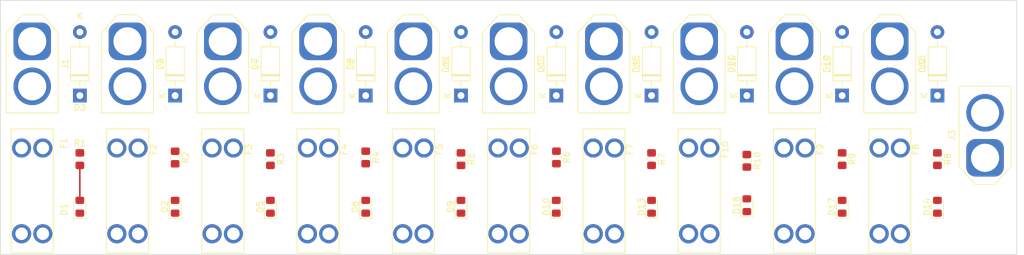
<source format=kicad_pcb>
(kicad_pcb (version 20211014) (generator pcbnew)
  (layers (0 "F.Cu" signal) (31 "B.Cu" signal) (34 "B.Paste" user) (35 "F.Paste" user) (36 "B.SilkS" user "B.Silkscreen") (37 "F.SilkS" user "F.Silkscreen") (38 "B.Mask" user) (39 "F.Mask" user) (44 "Edge.Cuts" user))
  (net 0 "")
  (net 1 "GND")
  (net 2 "Net-(D1-Pad2)")
  (net 3 "Net-(D2-Pad2)")
  (net 4 "+24V")
  (net 5 "Net-(D4-Pad1)")
  (net 6 "Net-(D3-Pad1)")
  (net 7 "Net-(D5-Pad2)")
  (net 8 "Net-(D6-Pad2)")
  (net 9 "Net-(D7-Pad1)")
  (net 10 "Net-(D8-Pad1)")
  (net 11 "Net-(D9-Pad2)")
  (net 12 "Net-(D10-Pad2)")
  (net 13 "Net-(D11-Pad1)")
  (net 14 "Net-(D12-Pad1)")
  (net 15 "Net-(D13-Pad2)")
  (net 16 "Net-(D14-Pad2)")
  (net 17 "Net-(D15-Pad1)")
  (net 18 "Net-(D16-Pad1)")
  (net 19 "Net-(D17-Pad2)")
  (net 20 "Net-(D18-Pad2)")
  (net 21 "Net-(D19-Pad1)")
  (net 22 "Net-(D20-Pad1)")
  (footprint "Diode_THT:D_DO-41_SOD81_P10.16mm_Horizontal" (layer "F.Cu") (at 137.16 55.88 90)
    (fp_text reference "D15" (at 5.08 -2.47 90) (layer "F.SilkS"))
    (fp_text value "1N4003")
    (fp_text user "K" (at 0 -2.1 90) (layer "F.SilkS"))
    (fp_line (start 3.38 -1.47) (end 3.38 1.47) (layer "F.SilkS") (width 0.12))
    (fp_line (start 2.36 1.47) (end 7.8 1.47) (layer "F.SilkS") (width 0.12))
    (fp_line (start 2.36 -1.47) (end 2.36 1.47) (layer "F.SilkS") (width 0.12))
    (fp_line (start 3.26 -1.47) (end 3.26 1.47) (layer "F.SilkS") (width 0.12))
    (fp_line (start 3.14 -1.47) (end 3.14 1.47) (layer "F.SilkS") (width 0.12))
    (fp_line (start 7.8 -1.47) (end 2.36 -1.47) (layer "F.SilkS") (width 0.12))
    (fp_line (start 1.34 0) (end 2.36 0) (layer "F.SilkS") (width 0.12))
    (fp_line (start 8.82 0) (end 7.8 0) (layer "F.SilkS") (width 0.12))
    (fp_line (start 7.8 1.47) (end 7.8 -1.47) (layer "F.SilkS") (width 0.12))
    (pad "1" thru_hole rect (at 0 0 90) (size 2.2 2.2) (drill 1.1) (layers *.Cu *.Mask) (net 17 "Net-(D15-Pad1)"))
    (pad "2" thru_hole oval (at 10.16 0 90) (size 2.2 2.2) (drill 1.1) (layers *.Cu *.Mask) (net 1 "GND"))
  )
  (footprint "Diode_THT:D_DO-41_SOD81_P10.16mm_Horizontal" (layer "F.Cu") (at 106.68 55.88 90)
    (fp_text reference "D11" (at 5.08 -2.47 90) (layer "F.SilkS"))
    (fp_text value "1N4003")
    (fp_text user "K" (at 0 -2.1 90) (layer "F.SilkS"))
    (fp_line (start 7.8 1.47) (end 7.8 -1.47) (layer "F.SilkS") (width 0.12))
    (fp_line (start 3.26 -1.47) (end 3.26 1.47) (layer "F.SilkS") (width 0.12))
    (fp_line (start 2.36 -1.47) (end 2.36 1.47) (layer "F.SilkS") (width 0.12))
    (fp_line (start 3.14 -1.47) (end 3.14 1.47) (layer "F.SilkS") (width 0.12))
    (fp_line (start 3.38 -1.47) (end 3.38 1.47) (layer "F.SilkS") (width 0.12))
    (fp_line (start 8.82 0) (end 7.8 0) (layer "F.SilkS") (width 0.12))
    (fp_line (start 7.8 -1.47) (end 2.36 -1.47) (layer "F.SilkS") (width 0.12))
    (fp_line (start 2.36 1.47) (end 7.8 1.47) (layer "F.SilkS") (width 0.12))
    (fp_line (start 1.34 0) (end 2.36 0) (layer "F.SilkS") (width 0.12))
    (pad "1" thru_hole rect (at 0 0 90) (size 2.2 2.2) (drill 1.1) (layers *.Cu *.Mask) (net 13 "Net-(D11-Pad1)"))
    (pad "2" thru_hole oval (at 10.16 0 90) (size 2.2 2.2) (drill 1.1) (layers *.Cu *.Mask) (net 1 "GND"))
  )
  (footprint "Diode_THT:D_DO-41_SOD81_P10.16mm_Horizontal" (layer "F.Cu") (at 45.72 55.88 90)
    (fp_text reference "D3" (at -1.905 0) (layer "F.SilkS"))
    (fp_text value "1N4003")
    (fp_text user "K" (at 12.7 0) (layer "F.SilkS"))
    (fp_line (start 2.36 -1.47) (end 2.36 1.47) (layer "F.SilkS") (width 0.12))
    (fp_line (start 8.82 0) (end 7.8 0) (layer "F.SilkS") (width 0.12))
    (fp_line (start 3.38 -1.47) (end 3.38 1.47) (layer "F.SilkS") (width 0.12))
    (fp_line (start 3.26 -1.47) (end 3.26 1.47) (layer "F.SilkS") (width 0.12))
    (fp_line (start 7.8 1.47) (end 7.8 -1.47) (layer "F.SilkS") (width 0.12))
    (fp_line (start 7.8 -1.47) (end 2.36 -1.47) (layer "F.SilkS") (width 0.12))
    (fp_line (start 2.36 1.47) (end 7.8 1.47) (layer "F.SilkS") (width 0.12))
    (fp_line (start 3.14 -1.47) (end 3.14 1.47) (layer "F.SilkS") (width 0.12))
    (fp_line (start 1.34 0) (end 2.36 0) (layer "F.SilkS") (width 0.12))
    (pad "1" thru_hole rect (at 0 0 90) (size 2.2 2.2) (drill 1.1) (layers *.Cu *.Mask) (net 6 "Net-(D3-Pad1)"))
    (pad "2" thru_hole oval (at 10.16 0 90) (size 2.2 2.2) (drill 1.1) (layers *.Cu *.Mask) (net 1 "GND"))
  )
  (footprint "Diode_THT:D_DO-41_SOD81_P10.16mm_Horizontal" (layer "F.Cu") (at 182.88 55.88 90)
    (fp_text reference "D16" (at 5.08 -2.47 90) (layer "F.SilkS"))
    (fp_text value "1N4003")
    (fp_text user "K" (at 0 -2.1 90) (layer "F.SilkS"))
    (fp_line (start 7.8 -1.47) (end 2.36 -1.47) (layer "F.SilkS") (width 0.12))
    (fp_line (start 1.34 0) (end 2.36 0) (layer "F.SilkS") (width 0.12))
    (fp_line (start 2.36 1.47) (end 7.8 1.47) (layer "F.SilkS") (width 0.12))
    (fp_line (start 3.26 -1.47) (end 3.26 1.47) (layer "F.SilkS") (width 0.12))
    (fp_line (start 3.14 -1.47) (end 3.14 1.47) (layer "F.SilkS") (width 0.12))
    (fp_line (start 8.82 0) (end 7.8 0) (layer "F.SilkS") (width 0.12))
    (fp_line (start 2.36 -1.47) (end 2.36 1.47) (layer "F.SilkS") (width 0.12))
    (fp_line (start 7.8 1.47) (end 7.8 -1.47) (layer "F.SilkS") (width 0.12))
    (fp_line (start 3.38 -1.47) (end 3.38 1.47) (layer "F.SilkS") (width 0.12))
    (pad "1" thru_hole rect (at 0 0 90) (size 2.2 2.2) (drill 1.1) (layers *.Cu *.Mask) (net 18 "Net-(D16-Pad1)"))
    (pad "2" thru_hole oval (at 10.16 0 90) (size 2.2 2.2) (drill 1.1) (layers *.Cu *.Mask) (net 1 "GND"))
  )
  (footprint "LED_SMD:LED_0805_2012Metric_Pad1.15x1.40mm_HandSolder" (layer "F.Cu") (at 121.92 73.66 90)
    (fp_text reference "D10" (at 0 -1.65 90) (layer "F.SilkS"))
    (fp_text value "led")
    (fp_line (start -1.86 0.96) (end 1 0.96) (layer "F.SilkS") (width 0.12))
    (fp_line (start -1.86 -0.96) (end -1.86 0.96) (layer "F.SilkS") (width 0.12))
    (fp_line (start 1 -0.96) (end -1.86 -0.96) (layer "F.SilkS") (width 0.12))
    (pad "1" smd roundrect (at -1.025 0 90) (size 1.15 1.4) (layers "F.Cu" "F.Paste" "F.Mask") (roundrect_rratio 0.217391) (net 1 "GND"))
    (pad "2" smd roundrect (at 1.025 0 90) (size 1.15 1.4) (layers "F.Cu" "F.Paste" "F.Mask") (roundrect_rratio 0.217391) (net 12 "Net-(D10-Pad2)"))
  )
  (footprint "Resistor_SMD:R_0805_2012Metric_Pad1.20x1.40mm_HandSolder" (layer "F.Cu") (at 60.96 65.786 -90)
    (fp_text reference "R2" (at 0 -1.65 90) (layer "F.SilkS"))
    (fp_text value "10K")
    (fp_line (start -0.227064 -0.735) (end 0.227064 -0.735) (layer "F.SilkS") (width 0.12))
    (fp_line (start -0.227064 0.735) (end 0.227064 0.735) (layer "F.SilkS") (width 0.12))
    (pad "1" smd roundrect (at -1 0 270) (size 1.2 1.4) (layers "F.Cu" "F.Paste" "F.Mask") (roundrect_rratio 0.208333) (net 5 "Net-(D4-Pad1)"))
    (pad "2" smd roundrect (at 1 0 270) (size 1.2 1.4) (layers "F.Cu" "F.Paste" "F.Mask") (roundrect_rratio 0.208333) (net 3 "Net-(D2-Pad2)"))
  )
  (footprint "Connector_AMASS:AMASS_XT60-F_1x02_P7.20mm_Vertical" (layer "F.Cu") (at 175.26 47.2 -90)
    (fp_text reference "J9" (at 3.6 -5.3 90) (layer "F.SilkS"))
    (fp_text value "XT60-F")
    (fp_line (start 11.45 -4.15) (end -1.4 -4.15) (layer "F.SilkS") (width 0.12))
    (fp_line (start 11.45 4.15) (end 11.45 -4.15) (layer "F.SilkS") (width 0.12))
    (fp_line (start -4.25 -1.6) (end -4.25 1.55) (layer "F.SilkS") (width 0.12))
    (fp_line (start -1.4 -4.15) (end -4.25 -1.6) (layer "F.SilkS") (width 0.12))
    (fp_line (start -4.25 1.55) (end -1.4 4.15) (layer "F.SilkS") (width 0.12))
    (fp_line (start -1.4 4.15) (end 11.45 4.15) (layer "F.SilkS") (width 0.12))
    (pad "1" thru_hole roundrect (at 0 0 270) (size 6 6) (drill 4.5) (layers *.Cu *.Mask) (net 1 "GND"))
    (pad "2" thru_hole circle (at 7.2 0 270) (size 6 6) (drill 4.5) (layers *.Cu *.Mask) (net 18 "Net-(D16-Pad1)"))
  )
  (footprint "Connector_AMASS:AMASS_XT60-F_1x02_P7.20mm_Vertical" (layer "F.Cu") (at 114.3 47.2 -90)
    (fp_text reference "J7" (at 3.6 -5.3 90) (layer "F.SilkS"))
    (fp_text value "XT60-F")
    (fp_line (start -4.25 1.55) (end -1.4 4.15) (layer "F.SilkS") (width 0.12))
    (fp_line (start 11.45 4.15) (end 11.45 -4.15) (layer "F.SilkS") (width 0.12))
    (fp_line (start -1.4 4.15) (end 11.45 4.15) (layer "F.SilkS") (width 0.12))
    (fp_line (start -4.25 -1.6) (end -4.25 1.55) (layer "F.SilkS") (width 0.12))
    (fp_line (start -1.4 -4.15) (end -4.25 -1.6) (layer "F.SilkS") (width 0.12))
    (fp_line (start 11.45 -4.15) (end -1.4 -4.15) (layer "F.SilkS") (width 0.12))
    (pad "1" thru_hole roundrect (at 0 0 270) (size 6 6) (drill 4.5) (layers *.Cu *.Mask) (net 1 "GND"))
    (pad "2" thru_hole circle (at 7.2 0 270) (size 6 6) (drill 4.5) (layers *.Cu *.Mask) (net 14 "Net-(D12-Pad1)"))
  )
  (footprint "Connector_AMASS:AMASS_XT60-F_1x02_P7.20mm_Vertical" (layer "F.Cu") (at 53.34 47.2 -90)
    (fp_text reference "J2" (at 3.6 -5.3 90) (layer "F.SilkS"))
    (fp_text value "XT60-F")
    (fp_line (start -1.4 -4.15) (end -4.25 -1.6) (layer "F.SilkS") (width 0.12))
    (fp_line (start 11.45 -4.15) (end -1.4 -4.15) (layer "F.SilkS") (width 0.12))
    (fp_line (start 11.45 4.15) (end 11.45 -4.15) (layer "F.SilkS") (width 0.12))
    (fp_line (start -4.25 -1.6) (end -4.25 1.55) (layer "F.SilkS") (width 0.12))
    (fp_line (start -1.4 4.15) (end 11.45 4.15) (layer "F.SilkS") (width 0.12))
    (fp_line (start -4.25 1.55) (end -1.4 4.15) (layer "F.SilkS") (width 0.12))
    (pad "1" thru_hole roundrect (at 0 0 270) (size 6 6) (drill 4.5) (layers *.Cu *.Mask) (net 1 "GND"))
    (pad "2" thru_hole circle (at 7.2 0 270) (size 6 6) (drill 4.5) (layers *.Cu *.Mask) (net 5 "Net-(D4-Pad1)"))
  )
  (footprint "PolyuRobotics:FUSE_3557-2" (layer "F.Cu") (at 38.1 71.12 -90)
    (fp_text reference "F1" (at -7.62 -5.08 90) (layer "F.SilkS") (effects (font (size 1.001339 1.001339))))
    (fp_text value "3557-2")
    (fp_line (start -9.905 -3.365) (end -9.905 3.365) (layer "F.SilkS") (width 0.127))
    (fp_line (start 9.905 3.365) (end 9.905 -3.365) (layer "F.SilkS") (width 0.127))
    (fp_line (start -9.905 3.365) (end 9.905 3.365) (layer "F.SilkS") (width 0.127))
    (fp_line (start 9.905 -3.365) (end -9.905 -3.365) (layer "F.SilkS") (width 0.127))
    (pad "1" thru_hole circle (at -6.858 1.7 270) (size 3.048 3.048) (drill 2) (layers *.Cu *.Mask) (net 6 "Net-(D3-Pad1)"))
    (pad "1" thru_hole circle (at -6.858 -1.7 270) (size 3.051988 3.051988) (drill 2) (layers *.Cu *.Mask) (net 6 "Net-(D3-Pad1)"))
    (pad "2" thru_hole circle (at 6.858 1.7 270) (size 3.068258 3.068258) (drill 2) (layers *.Cu *.Mask) (net 4 "+24V"))
    (pad "2" thru_hole circle (at 6.858 -1.7 270) (size 3.051988 3.051988) (drill 2) (layers *.Cu *.Mask) (net 4 "+24V"))
  )
  (footprint "LED_SMD:LED_0805_2012Metric_Pad1.15x1.40mm_HandSolder" (layer "F.Cu") (at 182.88 73.66 90)
    (fp_text reference "D14" (at 0 -1.65 90) (layer "F.SilkS"))
    (fp_text value "led")
    (fp_line (start -1.86 0.96) (end 1 0.96) (layer "F.SilkS") (width 0.12))
    (fp_line (start 1 -0.96) (end -1.86 -0.96) (layer "F.SilkS") (width 0.12))
    (fp_line (start -1.86 -0.96) (end -1.86 0.96) (layer "F.SilkS") (width 0.12))
    (pad "1" smd roundrect (at -1.025 0 90) (size 1.15 1.4) (layers "F.Cu" "F.Paste" "F.Mask") (roundrect_rratio 0.217391) (net 1 "GND"))
    (pad "2" smd roundrect (at 1.025 0 90) (size 1.15 1.4) (layers "F.Cu" "F.Paste" "F.Mask") (roundrect_rratio 0.217391) (net 16 "Net-(D14-Pad2)"))
  )
  (footprint "Diode_THT:D_DO-41_SOD81_P10.16mm_Horizontal" (layer "F.Cu") (at 91.44 55.88 90)
    (fp_text reference "D8" (at 5.08 -2.47 90) (layer "F.SilkS"))
    (fp_text value "1N4003")
    (fp_text user "K" (at 0 -2.1 90) (layer "F.SilkS"))
    (fp_line (start 8.82 0) (end 7.8 0) (layer "F.SilkS") (width 0.12))
    (fp_line (start 7.8 -1.47) (end 2.36 -1.47) (layer "F.SilkS") (width 0.12))
    (fp_line (start 3.14 -1.47) (end 3.14 1.47) (layer "F.SilkS") (width 0.12))
    (fp_line (start 3.38 -1.47) (end 3.38 1.47) (layer "F.SilkS") (width 0.12))
    (fp_line (start 1.34 0) (end 2.36 0) (layer "F.SilkS") (width 0.12))
    (fp_line (start 7.8 1.47) (end 7.8 -1.47) (layer "F.SilkS") (width 0.12))
    (fp_line (start 3.26 -1.47) (end 3.26 1.47) (layer "F.SilkS") (width 0.12))
    (fp_line (start 2.36 -1.47) (end 2.36 1.47) (layer "F.SilkS") (width 0.12))
    (fp_line (start 2.36 1.47) (end 7.8 1.47) (layer "F.SilkS") (width 0.12))
    (pad "1" thru_hole rect (at 0 0 90) (size 2.2 2.2) (drill 1.1) (layers *.Cu *.Mask) (net 10 "Net-(D8-Pad1)"))
    (pad "2" thru_hole oval (at 10.16 0 90) (size 2.2 2.2) (drill 1.1) (layers *.Cu *.Mask) (net 1 "GND"))
  )
  (footprint "Diode_THT:D_DO-41_SOD81_P10.16mm_Horizontal" (layer "F.Cu") (at 167.64 55.88 90)
    (fp_text reference "D19" (at 5.08 -2.47 90) (layer "F.SilkS"))
    (fp_text value "1N4003")
    (fp_text user "K" (at 0 -2.1 90) (layer "F.SilkS"))
    (fp_line (start 8.82 0) (end 7.8 0) (layer "F.SilkS") (width 0.12))
    (fp_line (start 7.8 1.47) (end 7.8 -1.47) (layer "F.SilkS") (width 0.12))
    (fp_line (start 3.38 -1.47) (end 3.38 1.47) (layer "F.SilkS") (width 0.12))
    (fp_line (start 2.36 1.47) (end 7.8 1.47) (layer "F.SilkS") (width 0.12))
    (fp_line (start 3.26 -1.47) (end 3.26 1.47) (layer "F.SilkS") (width 0.12))
    (fp_line (start 2.36 -1.47) (end 2.36 1.47) (layer "F.SilkS") (width 0.12))
    (fp_line (start 7.8 -1.47) (end 2.36 -1.47) (layer "F.SilkS") (width 0.12))
    (fp_line (start 3.14 -1.47) (end 3.14 1.47) (layer "F.SilkS") (width 0.12))
    (fp_line (start 1.34 0) (end 2.36 0) (layer "F.SilkS") (width 0.12))
    (pad "1" thru_hole rect (at 0 0 90) (size 2.2 2.2) (drill 1.1) (layers *.Cu *.Mask) (net 21 "Net-(D19-Pad1)"))
    (pad "2" thru_hole oval (at 10.16 0 90) (size 2.2 2.2) (drill 1.1) (layers *.Cu *.Mask) (net 1 "GND"))
  )
  (footprint "Resistor_SMD:R_0805_2012Metric_Pad1.20x1.40mm_HandSolder" (layer "F.Cu") (at 152.4 66.31 -90)
    (fp_text reference "R10" (at 0 -1.65 90) (layer "F.SilkS"))
    (fp_text value "10K")
    (fp_line (start -0.227064 -0.735) (end 0.227064 -0.735) (layer "F.SilkS") (width 0.12))
    (fp_line (start -0.227064 0.735) (end 0.227064 0.735) (layer "F.SilkS") (width 0.12))
    (pad "1" smd roundrect (at -1 0 270) (size 1.2 1.4) (layers "F.Cu" "F.Paste" "F.Mask") (roundrect_rratio 0.208333) (net 22 "Net-(D20-Pad1)"))
    (pad "2" smd roundrect (at 1 0 270) (size 1.2 1.4) (layers "F.Cu" "F.Paste" "F.Mask") (roundrect_rratio 0.208333) (net 20 "Net-(D18-Pad2)"))
  )
  (footprint "Resistor_SMD:R_0805_2012Metric_Pad1.20x1.40mm_HandSolder" (layer "F.Cu") (at 121.9485 65.77 -90)
    (fp_text reference "R6" (at 0 -1.65 90) (layer "F.SilkS"))
    (fp_text value "10K")
    (fp_line (start -0.227064 -0.735) (end 0.227064 -0.735) (layer "F.SilkS") (width 0.12))
    (fp_line (start -0.227064 0.735) (end 0.227064 0.735) (layer "F.SilkS") (width 0.12))
    (pad "1" smd roundrect (at -1 0 270) (size 1.2 1.4) (layers "F.Cu" "F.Paste" "F.Mask") (roundrect_rratio 0.208333) (net 14 "Net-(D12-Pad1)"))
    (pad "2" smd roundrect (at 1 0 270) (size 1.2 1.4) (layers "F.Cu" "F.Paste" "F.Mask") (roundrect_rratio 0.208333) (net 12 "Net-(D10-Pad2)"))
  )
  (footprint "PolyuRobotics:FUSE_3557-2" (layer "F.Cu") (at 175.26 71.12 -90)
    (fp_text reference "F8" (at -6.61381 -4.14052 90) (layer "F.SilkS") (effects (font (size 1.001339 1.001339))))
    (fp_text value "3557-2")
    (fp_line (start -9.905 3.365) (end 9.905 3.365) (layer "F.SilkS") (width 0.127))
    (fp_line (start -9.905 -3.365) (end -9.905 3.365) (layer "F.SilkS") (width 0.127))
    (fp_line (start 9.905 3.365) (end 9.905 -3.365) (layer "F.SilkS") (width 0.127))
    (fp_line (start 9.905 -3.365) (end -9.905 -3.365) (layer "F.SilkS") (width 0.127))
    (pad "1" thru_hole circle (at -6.858 1.7 270) (size 3.048 3.048) (drill 2) (layers *.Cu *.Mask) (net 18 "Net-(D16-Pad1)"))
    (pad "1" thru_hole circle (at -6.858 -1.7 270) (size 3.051988 3.051988) (drill 2) (layers *.Cu *.Mask) (net 18 "Net-(D16-Pad1)"))
    (pad "2" thru_hole circle (at 6.858 -1.7 270) (size 3.051988 3.051988) (drill 2) (layers *.Cu *.Mask) (net 4 "+24V"))
    (pad "2" thru_hole circle (at 6.858 1.7 270) (size 3.068258 3.068258) (drill 2) (layers *.Cu *.Mask) (net 4 "+24V"))
  )
  (footprint "LED_SMD:LED_0805_2012Metric_Pad1.15x1.40mm_HandSolder" (layer "F.Cu") (at 137.16 73.66 90)
    (fp_text reference "D13" (at 0 -1.65 90) (layer "F.SilkS"))
    (fp_text value "led")
    (fp_line (start 1 -0.96) (end -1.86 -0.96) (layer "F.SilkS") (width 0.12))
    (fp_line (start -1.86 0.96) (end 1 0.96) (layer "F.SilkS") (width 0.12))
    (fp_line (start -1.86 -0.96) (end -1.86 0.96) (layer "F.SilkS") (width 0.12))
    (pad "1" smd roundrect (at -1.025 0 90) (size 1.15 1.4) (layers "F.Cu" "F.Paste" "F.Mask") (roundrect_rratio 0.217391) (net 1 "GND"))
    (pad "2" smd roundrect (at 1.025 0 90) (size 1.15 1.4) (layers "F.Cu" "F.Paste" "F.Mask") (roundrect_rratio 0.217391) (net 15 "Net-(D13-Pad2)"))
  )
  (footprint "PolyuRobotics:FUSE_3557-2" (layer "F.Cu") (at 114.3 71.12 -90)
    (fp_text reference "F6" (at -6.61381 -4.14052 90) (layer "F.SilkS") (effects (font (size 1.001339 1.001339))))
    (fp_text value "3557-2")
    (fp_line (start -9.905 -3.365) (end -9.905 3.365) (layer "F.SilkS") (width 0.127))
    (fp_line (start -9.905 3.365) (end 9.905 3.365) (layer "F.SilkS") (width 0.127))
    (fp_line (start 9.905 3.365) (end 9.905 -3.365) (layer "F.SilkS") (width 0.127))
    (fp_line (start 9.905 -3.365) (end -9.905 -3.365) (layer "F.SilkS") (width 0.127))
    (pad "1" thru_hole circle (at -6.858 -1.7 270) (size 3.051988 3.051988) (drill 2) (layers *.Cu *.Mask) (net 14 "Net-(D12-Pad1)"))
    (pad "1" thru_hole circle (at -6.858 1.7 270) (size 3.048 3.048) (drill 2) (layers *.Cu *.Mask) (net 14 "Net-(D12-Pad1)"))
    (pad "2" thru_hole circle (at 6.858 -1.7 270) (size 3.051988 3.051988) (drill 2) (layers *.Cu *.Mask) (net 4 "+24V"))
    (pad "2" thru_hole circle (at 6.858 1.7 270) (size 3.068258 3.068258) (drill 2) (layers *.Cu *.Mask) (net 4 "+24V"))
  )
  (footprint "PolyuRobotics:FUSE_3557-2" (layer "F.Cu") (at 68.58 71.12 -90)
    (fp_text reference "F3" (at -6.61381 -4.14052 90) (layer "F.SilkS") (effects (font (size 1.001339 1.001339))))
    (fp_text value "3557-2")
    (fp_line (start 9.905 3.365) (end 9.905 -3.365) (layer "F.SilkS") (width 0.127))
    (fp_line (start -9.905 -3.365) (end -9.905 3.365) (layer "F.SilkS") (width 0.127))
    (fp_line (start 9.905 -3.365) (end -9.905 -3.365) (layer "F.SilkS") (width 0.127))
    (fp_line (start -9.905 3.365) (end 9.905 3.365) (layer "F.SilkS") (width 0.127))
    (pad "1" thru_hole circle (at -6.858 1.7 270) (size 3.048 3.048) (drill 2) (layers *.Cu *.Mask) (net 9 "Net-(D7-Pad1)"))
    (pad "1" thru_hole circle (at -6.858 -1.7 270) (size 3.051988 3.051988) (drill 2) (layers *.Cu *.Mask) (net 9 "Net-(D7-Pad1)"))
    (pad "2" thru_hole circle (at 6.858 1.7 270) (size 3.068258 3.068258) (drill 2) (layers *.Cu *.Mask) (net 4 "+24V"))
    (pad "2" thru_hole circle (at 6.858 -1.7 270) (size 3.051988 3.051988) (drill 2) (layers *.Cu *.Mask) (net 4 "+24V"))
  )
  (footprint "Connector_AMASS:AMASS_XT60-F_1x02_P7.20mm_Vertical" (layer "F.Cu") (at 144.78 47.2 -90)
    (fp_text reference "J11" (at 3.6 -5.3 90) (layer "F.SilkS"))
    (fp_text value "XT60-F")
    (fp_line (start -4.25 1.55) (end -1.4 4.15) (layer "F.SilkS") (width 0.12))
    (fp_line (start -1.4 4.15) (end 11.45 4.15) (layer "F.SilkS") (width 0.12))
    (fp_line (start 11.45 -4.15) (end -1.4 -4.15) (layer "F.SilkS") (width 0.12))
    (fp_line (start -1.4 -4.15) (end -4.25 -1.6) (layer "F.SilkS") (width 0.12))
    (fp_line (start 11.45 4.15) (end 11.45 -4.15) (layer "F.SilkS") (width 0.12))
    (fp_line (start -4.25 -1.6) (end -4.25 1.55) (layer "F.SilkS") (width 0.12))
    (pad "1" thru_hole roundrect (at 0 0 270) (size 6 6) (drill 4.5) (layers *.Cu *.Mask) (net 1 "GND"))
    (pad "2" thru_hole circle (at 7.2 0 270) (size 6 6) (drill 4.5) (layers *.Cu *.Mask) (net 22 "Net-(D20-Pad1)"))
  )
  (footprint "Resistor_SMD:R_0805_2012Metric_Pad1.20x1.40mm_HandSolder" (layer "F.Cu") (at 106.68 66.04 -90)
    (fp_text reference "R5" (at 0 -1.65 90) (layer "F.SilkS"))
    (fp_text value "10K")
    (fp_line (start -0.227064 -0.735) (end 0.227064 -0.735) (layer "F.SilkS") (width 0.12))
    (fp_line (start -0.227064 0.735) (end 0.227064 0.735) (layer "F.SilkS") (width 0.12))
    (pad "1" smd roundrect (at -1 0 270) (size 1.2 1.4) (layers "F.Cu" "F.Paste" "F.Mask") (roundrect_rratio 0.208333) (net 13 "Net-(D11-Pad1)"))
    (pad "2" smd roundrect (at 1 0 270) (size 1.2 1.4) (layers "F.Cu" "F.Paste" "F.Mask") (roundrect_rratio 0.208333) (net 11 "Net-(D9-Pad2)"))
  )
  (footprint "LED_SMD:LED_0805_2012Metric_Pad1.15x1.40mm_HandSolder" (layer "F.Cu") (at 167.64 73.66 90)
    (fp_text reference "D17" (at 0 -1.65 90) (layer "F.SilkS"))
    (fp_text value "led")
    (fp_line (start 1 -0.96) (end -1.86 -0.96) (layer "F.SilkS") (width 0.12))
    (fp_line (start -1.86 -0.96) (end -1.86 0.96) (layer "F.SilkS") (width 0.12))
    (fp_line (start -1.86 0.96) (end 1 0.96) (layer "F.SilkS") (width 0.12))
    (pad "1" smd roundrect (at -1.025 0 90) (size 1.15 1.4) (layers "F.Cu" "F.Paste" "F.Mask") (roundrect_rratio 0.217391) (net 1 "GND"))
    (pad "2" smd roundrect (at 1.025 0 90) (size 1.15 1.4) (layers "F.Cu" "F.Paste" "F.Mask") (roundrect_rratio 0.217391) (net 19 "Net-(D17-Pad2)"))
  )
  (footprint "Resistor_SMD:R_0805_2012Metric_Pad1.20x1.40mm_HandSolder" (layer "F.Cu") (at 91.44 65.77 -90)
    (fp_text reference "R4" (at 0 -1.65 90) (layer "F.SilkS"))
    (fp_text value "10K")
    (fp_line (start -0.227064 -0.735) (end 0.227064 -0.735) (layer "F.SilkS") (width 0.12))
    (fp_line (start -0.227064 0.735) (end 0.227064 0.735) (layer "F.SilkS") (width 0.12))
    (pad "1" smd roundrect (at -1 0 270) (size 1.2 1.4) (layers "F.Cu" "F.Paste" "F.Mask") (roundrect_rratio 0.208333) (net 10 "Net-(D8-Pad1)"))
    (pad "2" smd roundrect (at 1 0 270) (size 1.2 1.4) (layers "F.Cu" "F.Paste" "F.Mask") (roundrect_rratio 0.208333) (net 8 "Net-(D6-Pad2)"))
  )
  (footprint "PolyuRobotics:FUSE_3557-2" (layer "F.Cu") (at 144.78 71.12 -90)
    (fp_text reference "F10" (at -6.61381 -4.14052 90) (layer "F.SilkS") (effects (font (size 1.001339 1.001339))))
    (fp_text value "3557-2")
    (fp_line (start 9.905 -3.365) (end -9.905 -3.365) (layer "F.SilkS") (width 0.127))
    (fp_line (start 9.905 3.365) (end 9.905 -3.365) (layer "F.SilkS") (width 0.127))
    (fp_line (start -9.905 -3.365) (end -9.905 3.365) (layer "F.SilkS") (width 0.127))
    (fp_line (start -9.905 3.365) (end 9.905 3.365) (layer "F.SilkS") (width 0.127))
    (pad "1" thru_hole circle (at -6.858 -1.7 270) (size 3.051988 3.051988) (drill 2) (layers *.Cu *.Mask) (net 22 "Net-(D20-Pad1)"))
    (pad "1" thru_hole circle (at -6.858 1.7 270) (size 3.048 3.048) (drill 2) (layers *.Cu *.Mask) (net 22 "Net-(D20-Pad1)"))
    (pad "2" thru_hole circle (at 6.858 1.7 270) (size 3.068258 3.068258) (drill 2) (layers *.Cu *.Mask) (net 4 "+24V"))
    (pad "2" thru_hole circle (at 6.858 -1.7 270) (size 3.051988 3.051988) (drill 2) (layers *.Cu *.Mask) (net 4 "+24V"))
  )
  (footprint "Diode_THT:D_DO-41_SOD81_P10.16mm_Horizontal" (layer "F.Cu") (at 121.92 55.88 90)
    (fp_text reference "D12" (at 5.08 -2.47 90) (layer "F.SilkS"))
    (fp_text value "1N4003")
    (fp_text user "K" (at 0 -2.1 90) (layer "F.SilkS"))
    (fp_line (start 7.8 -1.47) (end 2.36 -1.47) (layer "F.SilkS") (width 0.12))
    (fp_line (start 3.26 -1.47) (end 3.26 1.47) (layer "F.SilkS") (width 0.12))
    (fp_line (start 2.36 -1.47) (end 2.36 1.47) (layer "F.SilkS") (width 0.12))
    (fp_line (start 1.34 0) (end 2.36 0) (layer "F.SilkS") (width 0.12))
    (fp_line (start 3.14 -1.47) (end 3.14 1.47) (layer "F.SilkS") (width 0.12))
    (fp_line (start 8.82 0) (end 7.8 0) (layer "F.SilkS") (width 0.12))
    (fp_line (start 3.38 -1.47) (end 3.38 1.47) (layer "F.SilkS") (width 0.12))
    (fp_line (start 2.36 1.47) (end 7.8 1.47) (layer "F.SilkS") (width 0.12))
    (fp_line (start 7.8 1.47) (end 7.8 -1.47) (layer "F.SilkS") (width 0.12))
    (pad "1" thru_hole rect (at 0 0 90) (size 2.2 2.2) (drill 1.1) (layers *.Cu *.Mask) (net 14 "Net-(D12-Pad1)"))
    (pad "2" thru_hole oval (at 10.16 0 90) (size 2.2 2.2) (drill 1.1) (layers *.Cu *.Mask) (net 1 "GND"))
  )
  (footprint "Resistor_SMD:R_0805_2012Metric_Pad1.20x1.40mm_HandSolder" (layer "F.Cu") (at 76.2 66.04 -90)
    (fp_text reference "R3" (at 0 -1.65 90) (layer "F.SilkS"))
    (fp_text value "10K")
    (fp_line (start -0.227064 -0.735) (end 0.227064 -0.735) (layer "F.SilkS") (width 0.12))
    (fp_line (start -0.227064 0.735) (end 0.227064 0.735) (layer "F.SilkS") (width 0.12))
    (pad "1" smd roundrect (at -1 0 270) (size 1.2 1.4) (layers "F.Cu" "F.Paste" "F.Mask") (roundrect_rratio 0.208333) (net 9 "Net-(D7-Pad1)"))
    (pad "2" smd roundrect (at 1 0 270) (size 1.2 1.4) (layers "F.Cu" "F.Paste" "F.Mask") (roundrect_rratio 0.208333) (net 7 "Net-(D5-Pad2)"))
  )
  (footprint "Connector_AMASS:AMASS_XT60-F_1x02_P7.20mm_Vertical" (layer "F.Cu") (at 129.54 47.2 -90)
    (fp_text reference "J8" (at 3.6 -5.3 90) (layer "F.SilkS"))
    (fp_text value "XT60-F")
    (fp_line (start -1.4 -4.15) (end -4.25 -1.6) (layer "F.SilkS") (width 0.12))
    (fp_line (start -4.25 -1.6) (end -4.25 1.55) (layer "F.SilkS") (width 0.12))
    (fp_line (start 11.45 4.15) (end 11.45 -4.15) (layer "F.SilkS") (width 0.12))
    (fp_line (start 11.45 -4.15) (end -1.4 -4.15) (layer "F.SilkS") (width 0.12))
    (fp_line (start -1.4 4.15) (end 11.45 4.15) (layer "F.SilkS") (width 0.12))
    (fp_line (start -4.25 1.55) (end -1.4 4.15) (layer "F.SilkS") (width 0.12))
    (pad "1" thru_hole roundrect (at 0 0 270) (size 6 6) (drill 4.5) (layers *.Cu *.Mask) (net 1 "GND"))
    (pad "2" thru_hole circle (at 7.2 0 270) (size 6 6) (drill 4.5) (layers *.Cu *.Mask) (net 17 "Net-(D15-Pad1)"))
  )
  (footprint "Diode_THT:D_DO-41_SOD81_P10.16mm_Horizontal" (layer "F.Cu") (at 152.4 55.88 90)
    (fp_text reference "D20" (at 5.08 -2.47 90) (layer "F.SilkS"))
    (fp_text value "1N4003")
    (fp_text user "K" (at 0 -2.1 90) (layer "F.SilkS"))
    (fp_line (start 1.34 0) (end 2.36 0) (layer "F.SilkS") (width 0.12))
    (fp_line (start 3.14 -1.47) (end 3.14 1.47) (layer "F.SilkS") (width 0.12))
    (fp_line (start 2.36 -1.47) (end 2.36 1.47) (layer "F.SilkS") (width 0.12))
    (fp_line (start 8.82 0) (end 7.8 0) (layer "F.SilkS") (width 0.12))
    (fp_line (start 7.8 1.47) (end 7.8 -1.47) (layer "F.SilkS") (width 0.12))
    (fp_line (start 3.26 -1.47) (end 3.26 1.47) (layer "F.SilkS") (width 0.12))
    (fp_line (start 7.8 -1.47) (end 2.36 -1.47) (layer "F.SilkS") (width 0.12))
    (fp_line (start 3.38 -1.47) (end 3.38 1.47) (layer "F.SilkS") (width 0.12))
    (fp_line (start 2.36 1.47) (end 7.8 1.47) (layer "F.SilkS") (width 0.12))
    (pad "1" thru_hole rect (at 0 0 90) (size 2.2 2.2) (drill 1.1) (layers *.Cu *.Mask) (net 22 "Net-(D20-Pad1)"))
    (pad "2" thru_hole oval (at 10.16 0 90) (size 2.2 2.2) (drill 1.1) (layers *.Cu *.Mask) (net 1 "GND"))
  )
  (footprint "Connector_AMASS:AMASS_XT60-F_1x02_P7.20mm_Vertical" (layer "F.Cu") (at 160.02 47.2 -90)
    (fp_text reference "J10" (at 3.6 -5.3 90) (layer "F.SilkS"))
    (fp_text value "XT60-F")
    (fp_line (start -4.25 1.55) (end -1.4 4.15) (layer "F.SilkS") (width 0.12))
    (fp_line (start 11.45 4.15) (end 11.45 -4.15) (layer "F.SilkS") (width 0.12))
    (fp_line (start -1.4 4.15) (end 11.45 4.15) (layer "F.SilkS") (width 0.12))
    (fp_line (start 11.45 -4.15) (end -1.4 -4.15) (layer "F.SilkS") (width 0.12))
    (fp_line (start -1.4 -4.15) (end -4.25 -1.6) (layer "F.SilkS") (width 0.12))
    (fp_line (start -4.25 -1.6) (end -4.25 1.55) (layer "F.SilkS") (width 0.12))
    (pad "1" thru_hole roundrect (at 0 0 270) (size 6 6) (drill 4.5) (layers *.Cu *.Mask) (net 1 "GND"))
    (pad "2" thru_hole circle (at 7.2 0 270) (size 6 6) (drill 4.5) (layers *.Cu *.Mask) (net 21 "Net-(D19-Pad1)"))
  )
  (footprint "LED_SMD:LED_0805_2012Metric_Pad1.15x1.40mm_HandSolder" (layer "F.Cu") (at 76.2 73.66 90)
    (fp_text reference "D5" (at 0 -1.65 90) (layer "F.SilkS"))
    (fp_text value "led")
    (fp_line (start -1.86 0.96) (end 1 0.96) (layer "F.SilkS") (width 0.12))
    (fp_line (start -1.86 -0.96) (end -1.86 0.96) (layer "F.SilkS") (width 0.12))
    (fp_line (start 1 -0.96) (end -1.86 -0.96) (layer "F.SilkS") (width 0.12))
    (pad "1" smd roundrect (at -1.025 0 90) (size 1.15 1.4) (layers "F.Cu" "F.Paste" "F.Mask") (roundrect_rratio 0.217391) (net 1 "GND"))
    (pad "2" smd roundrect (at 1.025 0 90) (size 1.15 1.4) (layers "F.Cu" "F.Paste" "F.Mask") (roundrect_rratio 0.217391) (net 7 "Net-(D5-Pad2)"))
  )
  (footprint "Connector_AMASS:AMASS_XT60-M_1x02_P7.20mm_Vertical" (layer "F.Cu") (at 190.5 65.83 90)
    (fp_text reference "J3" (at 3.6 -5.3 90) (layer "F.SilkS"))
    (fp_text value "XT60_M")
    (fp_line (start -4.25 1.55) (end -1.4 4.15) (layer "F.SilkS") (width 0.12))
    (fp_line (start -4.25 -1.6) (end -4.25 1.55) (layer "F.SilkS") (width 0.12))
    (fp_line (start 11.45 -4.15) (end -1.4 -4.15) (layer "F.SilkS") (width 0.12))
    (fp_line (start -1.4 -4.15) (end -4.25 -1.6) (layer "F.SilkS") (width 0.12))
    (fp_line (start 11.45 4.15) (end 11.45 -4.15) (layer "F.SilkS") (width 0.12))
    (fp_line (start -1.4 4.15) (end 11.45 4.15) (layer "F.SilkS") (width 0.12))
    (pad "1" thru_hole roundrect (at 0 0 90) (size 6 6) (drill 4.5) (layers *.Cu *.Mask) (net 1 "GND"))
    (pad "2" thru_hole circle (at 7.2 0 90) (size 6 6) (drill 4.5) (layers *.Cu *.Mask) (net 4 "+24V"))
  )
  (footprint "Resistor_SMD:R_0805_2012Metric_Pad1.20x1.40mm_HandSolder" (layer "F.Cu") (at 137.16 66.04 -90)
    (fp_text reference "R7" (at 0 -1.65 90) (layer "F.SilkS"))
    (fp_text value "10K")
    (fp_line (start -0.227064 -0.735) (end 0.227064 -0.735) (layer "F.SilkS") (width 0.12))
    (fp_line (start -0.227064 0.735) (end 0.227064 0.735) (layer "F.SilkS") (width 0.12))
    (pad "1" smd roundrect (at -1 0 270) (size 1.2 1.4) (layers "F.Cu" "F.Paste" "F.Mask") (roundrect_rratio 0.208333) (net 17 "Net-(D15-Pad1)"))
    (pad "2" smd roundrect (at 1 0 270) (size 1.2 1.4) (layers "F.Cu" "F.Paste" "F.Mask") (roundrect_rratio 0.208333) (net 15 "Net-(D13-Pad2)"))
  )
  (footprint "Connector_AMASS:AMASS_XT60-F_1x02_P7.20mm_Vertical" (layer "F.Cu") (at 99.06 47.2 -90)
    (fp_text reference "J6" (at 3.6 -5.3 90) (layer "F.SilkS"))
    (fp_text value "XT60-F")
    (fp_line (start -1.4 -4.15) (end -4.25 -1.6) (layer "F.SilkS") (width 0.12))
    (fp_line (start 11.45 -4.15) (end -1.4 -4.15) (layer "F.SilkS") (width 0.12))
    (fp_line (start 11.45 4.15) (end 11.45 -4.15) (layer "F.SilkS") (width 0.12))
    (fp_line (start -1.4 4.15) (end 11.45 4.15) (layer "F.SilkS") (width 0.12))
    (fp_line (start -4.25 1.55) (end -1.4 4.15) (layer "F.SilkS") (width 0.12))
    (fp_line (start -4.25 -1.6) (end -4.25 1.55) (layer "F.SilkS") (width 0.12))
    (pad "1" thru_hole roundrect (at 0 0 270) (size 6 6) (drill 4.5) (layers *.Cu *.Mask) (net 1 "GND"))
    (pad "2" thru_hole circle (at 7.2 0 270) (size 6 6) (drill 4.5) (layers *.Cu *.Mask) (net 13 "Net-(D11-Pad1)"))
  )
  (footprint "Connector_AMASS:AMASS_XT60-F_1x02_P7.20mm_Vertical" (layer "F.Cu") (at 83.82 47.2 -90)
    (fp_text reference "J5" (at 3.6 -5.3 90) (layer "F.SilkS"))
    (fp_text value "XT60-F")
    (fp_line (start -4.25 1.55) (end -1.4 4.15) (layer "F.SilkS") (width 0.12))
    (fp_line (start -1.4 -4.15) (end -4.25 -1.6) (layer "F.SilkS") (width 0.12))
    (fp_line (start 11.45 -4.15) (end -1.4 -4.15) (layer "F.SilkS") (width 0.12))
    (fp_line (start 11.45 4.15) (end 11.45 -4.15) (layer "F.SilkS") (width 0.12))
    (fp_line (start -1.4 4.15) (end 11.45 4.15) (layer "F.SilkS") (width 0.12))
    (fp_line (start -4.25 -1.6) (end -4.25 1.55) (layer "F.SilkS") (width 0.12))
    (pad "1" thru_hole roundrect (at 0 0 270) (size 6 6) (drill 4.5) (layers *.Cu *.Mask) (net 1 "GND"))
    (pad "2" thru_hole circle (at 7.2 0 270) (size 6 6) (drill 4.5) (layers *.Cu *.Mask) (net 10 "Net-(D8-Pad1)"))
  )
  (footprint "LED_SMD:LED_0805_2012Metric_Pad1.15x1.40mm_HandSolder" (layer "F.Cu") (at 91.44 73.66 90)
    (fp_text reference "D6" (at 0 -1.65 90) (layer "F.SilkS"))
    (fp_text value "led")
    (fp_line (start 1 -0.96) (end -1.86 -0.96) (layer "F.SilkS") (width 0.12))
    (fp_line (start -1.86 0.96) (end 1 0.96) (layer "F.SilkS") (width 0.12))
    (fp_line (start -1.86 -0.96) (end -1.86 0.96) (layer "F.SilkS") (width 0.12))
    (pad "1" smd roundrect (at -1.025 0 90) (size 1.15 1.4) (layers "F.Cu" "F.Paste" "F.Mask") (roundrect_rratio 0.217391) (net 1 "GND"))
    (pad "2" smd roundrect (at 1.025 0 90) (size 1.15 1.4) (layers "F.Cu" "F.Paste" "F.Mask") (roundrect_rratio 0.217391) (net 8 "Net-(D6-Pad2)"))
  )
  (footprint "PolyuRobotics:FUSE_3557-2" (layer "F.Cu") (at 53.34 71.12 -90)
    (fp_text reference "F2" (at -6.61381 -4.14052 90) (layer "F.SilkS") (effects (font (size 1.001339 1.001339))))
    (fp_text value "3557-2")
    (fp_line (start -9.905 3.365) (end 9.905 3.365) (layer "F.SilkS") (width 0.127))
    (fp_line (start 9.905 -3.365) (end -9.905 -3.365) (layer "F.SilkS") (width 0.127))
    (fp_line (start 9.905 3.365) (end 9.905 -3.365) (layer "F.SilkS") (width 0.127))
    (fp_line (start -9.905 -3.365) (end -9.905 3.365) (layer "F.SilkS") (width 0.127))
    (pad "1" thru_hole circle (at -6.858 1.7 270) (size 3.048 3.048) (drill 2) (layers *.Cu *.Mask) (net 5 "Net-(D4-Pad1)"))
    (pad "1" thru_hole circle (at -6.858 -1.7 270) (size 3.051988 3.051988) (drill 2) (layers *.Cu *.Mask) (net 5 "Net-(D4-Pad1)"))
    (pad "2" thru_hole circle (at 6.858 1.7 270) (size 3.068258 3.068258) (drill 2) (layers *.Cu *.Mask) (net 4 "+24V"))
    (pad "2" thru_hole circle (at 6.858 -1.7 270) (size 3.051988 3.051988) (drill 2) (layers *.Cu *.Mask) (net 4 "+24V"))
  )
  (footprint "LED_SMD:LED_0805_2012Metric_Pad1.15x1.40mm_HandSolder" (layer "F.Cu") (at 60.96 73.66 90)
    (fp_text reference "D2" (at 0 -1.65 90) (layer "F.SilkS"))
    (fp_text value "led")
    (fp_line (start 1 -0.96) (end -1.86 -0.96) (layer "F.SilkS") (width 0.12))
    (fp_line (start -1.86 0.96) (end 1 0.96) (layer "F.SilkS") (width 0.12))
    (fp_line (start -1.86 -0.96) (end -1.86 0.96) (layer "F.SilkS") (width 0.12))
    (pad "1" smd roundrect (at -1.025 0 90) (size 1.15 1.4) (layers "F.Cu" "F.Paste" "F.Mask") (roundrect_rratio 0.217391) (net 1 "GND"))
    (pad "2" smd roundrect (at 1.025 0 90) (size 1.15 1.4) (layers "F.Cu" "F.Paste" "F.Mask") (roundrect_rratio 0.217391) (net 3 "Net-(D2-Pad2)"))
  )
  (footprint "PolyuRobotics:FUSE_3557-2" (layer "F.Cu") (at 83.82 71.12 -90)
    (fp_text reference "F4" (at -6.61381 -4.14052 90) (layer "F.SilkS") (effects (font (size 1.001339 1.001339))))
    (fp_text value "3557-2")
    (fp_line (start -9.905 3.365) (end 9.905 3.365) (layer "F.SilkS") (width 0.127))
    (fp_line (start 9.905 3.365) (end 9.905 -3.365) (layer "F.SilkS") (width 0.127))
    (fp_line (start -9.905 -3.365) (end -9.905 3.365) (layer "F.SilkS") (width 0.127))
    (fp_line (start 9.905 -3.365) (end -9.905 -3.365) (layer "F.SilkS") (width 0.127))
    (pad "1" thru_hole circle (at -6.858 -1.7 270) (size 3.051988 3.051988) (drill 2) (layers *.Cu *.Mask) (net 10 "Net-(D8-Pad1)"))
    (pad "1" thru_hole circle (at -6.858 1.7 270) (size 3.048 3.048) (drill 2) (layers *.Cu *.Mask) (net 10 "Net-(D8-Pad1)"))
    (pad "2" thru_hole circle (at 6.858 -1.7 270) (size 3.051988 3.051988) (drill 2) (layers *.Cu *.Mask) (net 4 "+24V"))
    (pad "2" thru_hole circle (at 6.858 1.7 270) (size 3.068258 3.068258) (drill 2) (layers *.Cu *.Mask) (net 4 "+24V"))
  )
  (footprint "Diode_THT:D_DO-41_SOD81_P10.16mm_Horizontal" (layer "F.Cu") (at 76.2 55.88 90)
    (fp_text reference "D7" (at 5.08 -2.47 90) (layer "F.SilkS"))
    (fp_text value "1N4003")
    (fp_text user "K" (at 0 -2.1 90) (layer "F.SilkS"))
    (fp_line (start 2.36 1.47) (end 7.8 1.47) (layer "F.SilkS") (width 0.12))
    (fp_line (start 7.8 -1.47) (end 2.36 -1.47) (layer "F.SilkS") (width 0.12))
    (fp_line (start 7.8 1.47) (end 7.8 -1.47) (layer "F.SilkS") (width 0.12))
    (fp_line (start 3.14 -1.47) (end 3.14 1.47) (layer "F.SilkS") (width 0.12))
    (fp_line (start 3.38 -1.47) (end 3.38 1.47) (layer "F.SilkS") (width 0.12))
    (fp_line (start 3.26 -1.47) (end 3.26 1.47) (layer "F.SilkS") (width 0.12))
    (fp_line (start 1.34 0) (end 2.36 0) (layer "F.SilkS") (width 0.12))
    (fp_line (start 2.36 -1.47) (end 2.36 1.47) (layer "F.SilkS") (width 0.12))
    (fp_line (start 8.82 0) (end 7.8 0) (layer "F.SilkS") (width 0.12))
    (pad "1" thru_hole rect (at 0 0 90) (size 2.2 2.2) (drill 1.1) (layers *.Cu *.Mask) (net 9 "Net-(D7-Pad1)"))
    (pad "2" thru_hole oval (at 10.16 0 90) (size 2.2 2.2) (drill 1.1) (layers *.Cu *.Mask) (net 1 "GND"))
  )
  (footprint "Diode_THT:D_DO-41_SOD81_P10.16mm_Horizontal" (layer "F.Cu") (at 60.96 55.88 90)
    (fp_text reference "D4" (at 5.08 -2.47 90) (layer "F.SilkS"))
    (fp_text value "1N4003")
    (fp_text user "K" (at 0 -2.1 90) (layer "F.SilkS"))
    (fp_line (start 3.38 -1.47) (end 3.38 1.47) (layer "F.SilkS") (width 0.12))
    (fp_line (start 8.82 0) (end 7.8 0) (layer "F.SilkS") (width 0.12))
    (fp_line (start 3.26 -1.47) (end 3.26 1.47) (layer "F.SilkS") (width 0.12))
    (fp_line (start 2.36 1.47) (end 7.8 1.47) (layer "F.SilkS") (width 0.12))
    (fp_line (start 7.8 -1.47) (end 2.36 -1.47) (layer "F.SilkS") (width 0.12))
    (fp_line (start 1.34 0) (end 2.36 0) (layer "F.SilkS") (width 0.12))
    (fp_line (start 3.14 -1.47) (end 3.14 1.47) (layer "F.SilkS") (width 0.12))
    (fp_line (start 7.8 1.47) (end 7.8 -1.47) (layer "F.SilkS") (width 0.12))
    (fp_line (start 2.36 -1.47) (end 2.36 1.47) (layer "F.SilkS") (width 0.12))
    (pad "1" thru_hole rect (at 0 0 90) (size 2.2 2.2) (drill 1.1) (layers *.Cu *.Mask) (net 5 "Net-(D4-Pad1)"))
    (pad "2" thru_hole oval (at 10.16 0 90) (size 2.2 2.2) (drill 1.1) (layers *.Cu *.Mask) (net 1 "GND"))
  )
  (footprint "Resistor_SMD:R_0805_2012Metric_Pad1.20x1.40mm_HandSolder" (layer "F.Cu") (at 45.72 66.04 -90)
    (fp_text reference "R1" (at -2.54 0 180) (layer "F.SilkS"))
    (fp_text value "10K")
    (fp_line (start -0.227064 -0.735) (end 0.227064 -0.735) (layer "F.SilkS") (width 0.12))
    (fp_line (start -0.227064 0.735) (end 0.227064 0.735) (layer "F.SilkS") (width 0.12))
    (pad "1" smd roundrect (at -1 0 270) (size 1.2 1.4) (layers "F.Cu" "F.Paste" "F.Mask") (roundrect_rratio 0.208333) (net 6 "Net-(D3-Pad1)"))
    (pad "2" smd roundrect (at 1 0 270) (size 1.2 1.4) (layers "F.Cu" "F.Paste" "F.Mask") (roundrect_rratio 0.208333) (net 2 "Net-(D1-Pad2)"))
  )
  (footprint "Resistor_SMD:R_0805_2012Metric_Pad1.20x1.40mm_HandSolder" (layer "F.Cu") (at 182.88 66.04 -90)
    (fp_text reference "R8" (at 0 -1.65 90) (layer "F.SilkS"))
    (fp_text value "10K")
    (fp_line (start -0.227064 -0.735) (end 0.227064 -0.735) (layer "F.SilkS") (width 0.12))
    (fp_line (start -0.227064 0.735) (end 0.227064 0.735) (layer "F.SilkS") (width 0.12))
    (pad "1" smd roundrect (at -1 0 270) (size 1.2 1.4) (layers "F.Cu" "F.Paste" "F.Mask") (roundrect_rratio 0.208333) (net 18 "Net-(D16-Pad1)"))
    (pad "2" smd roundrect (at 1 0 270) (size 1.2 1.4) (layers "F.Cu" "F.Paste" "F.Mask") (roundrect_rratio 0.208333) (net 16 "Net-(D14-Pad2)"))
  )
  (footprint "LED_SMD:LED_0805_2012Metric_Pad1.15x1.40mm_HandSolder" (layer "F.Cu") (at 106.68 73.66 90)
    (fp_text reference "D9" (at 0 -1.65 90) (layer "F.SilkS"))
    (fp_text value "led")
    (fp_line (start -1.86 0.96) (end 1 0.96) (layer "F.SilkS") (width 0.12))
    (fp_line (start 1 -0.96) (end -1.86 -0.96) (layer "F.SilkS") (width 0.12))
    (fp_line (start -1.86 -0.96) (end -1.86 0.96) (layer "F.SilkS") (width 0.12))
    (pad "1" smd roundrect (at -1.025 0 90) (size 1.15 1.4) (layers "F.Cu" "F.Paste" "F.Mask") (roundrect_rratio 0.217391) (net 1 "GND"))
    (pad "2" smd roundrect (at 1.025 0 90) (size 1.15 1.4) (layers "F.Cu" "F.Paste" "F.Mask") (roundrect_rratio 0.217391) (net 11 "Net-(D9-Pad2)"))
  )
  (footprint "Connector_AMASS:AMASS_XT60-F_1x02_P7.20mm_Vertical" (layer "F.Cu") (at 38.1 47.2 -90)
    (fp_text reference "J1" (at 3.6 -5.3 90) (layer "F.SilkS"))
    (fp_text value "XT60-F")
    (fp_line (start -4.25 1.55) (end -1.4 4.15) (layer "F.SilkS") (width 0.12))
    (fp_line (start -1.4 -4.15) (end -4.25 -1.6) (layer "F.SilkS") (width 0.12))
    (fp_line (start -1.4 4.15) (end 11.45 4.15) (layer "F.SilkS") (width 0.12))
    (fp_line (start 11.45 -4.15) (end -1.4 -4.15) (layer "F.SilkS") (width 0.12))
    (fp_line (start -4.25 -1.6) (end -4.25 1.55) (layer "F.SilkS") (width 0.12))
    (fp_line (start 11.45 4.15) (end 11.45 -4.15) (layer "F.SilkS") (width 0.12))
    (pad "1" thru_hole roundrect (at 0 0 270) (size 6 6) (drill 4.5) (layers *.Cu *.Mask) (net 1 "GND"))
    (pad "2" thru_hole circle (at 7.2 0 270) (size 6 6) (drill 4.5) (layers *.Cu *.Mask) (net 6 "Net-(D3-Pad1)"))
  )
  (footprint "PolyuRobotics:FUSE_3557-2" (layer "F.Cu") (at 129.54 71.12 -90)
    (fp_text reference "F7" (at -6.61381 -4.14052 90) (layer "F.SilkS") (effects (font (size 1.001339 1.001339))))
    (fp_text value "3557-2")
    (fp_line (start -9.905 -3.365) (end -9.905 3.365) (layer "F.SilkS") (width 0.127))
    (fp_line (start 9.905 -3.365) (end -9.905 -3.365) (layer "F.SilkS") (width 0.127))
    (fp_line (start 9.905 3.365) (end 9.905 -3.365) (layer "F.SilkS") (width 0.127))
    (fp_line (start -9.905 3.365) (end 9.905 3.365) (layer "F.SilkS") (width 0.127))
    (pad "1" thru_hole circle (at -6.858 -1.7 270) (size 3.051988 3.051988) (drill 2) (layers *.Cu *.Mask) (net 17 "Net-(D15-Pad1)"))
    (pad "1" thru_hole circle (at -6.858 1.7 270) (size 3.048 3.048) (drill 2) (layers *.Cu *.Mask) (net 17 "Net-(D15-Pad1)"))
    (pad "2" thru_hole circle (at 6.858 1.7 270) (size 3.068258 3.068258) (drill 2) (layers *.Cu *.Mask) (net 4 "+24V"))
    (pad "2" thru_hole circle (at 6.858 -1.7 270) (size 3.051988 3.051988) (drill 2) (layers *.Cu *.Mask) (net 4 "+24V"))
  )
  (footprint "Resistor_SMD:R_0805_2012Metric_Pad1.20x1.40mm_HandSolder" (layer "F.Cu") (at 167.64 66.04 -90)
    (fp_text reference "R9" (at 0 -1.65 90) (layer "F.SilkS"))
    (fp_text value "10K")
    (fp_line (start -0.227064 0.735) (end 0.227064 0.735) (layer "F.SilkS") (width 0.12))
    (fp_line (start -0.227064 -0.735) (end 0.227064 -0.735) (layer "F.SilkS") (width 0.12))
    (pad "1" smd roundrect (at -1 0 270) (size 1.2 1.4) (layers "F.Cu" "F.Paste" "F.Mask") (roundrect_rratio 0.208333) (net 21 "Net-(D19-Pad1)"))
    (pad "2" smd roundrect (at 1 0 270) (size 1.2 1.4) (layers "F.Cu" "F.Paste" "F.Mask") (roundrect_rratio 0.208333) (net 19 "Net-(D17-Pad2)"))
  )
  (footprint "PolyuRobotics:FUSE_3557-2" (layer "F.Cu") (at 160.02 71.12 -90)
    (fp_text reference "F9" (at -6.61381 -4.14052 90) (layer "F.SilkS") (effects (font (size 1.001339 1.001339))))
    (fp_text value "3557-2")
    (fp_line (start -9.905 -3.365) (end -9.905 3.365) (layer "F.SilkS") (width 0.127))
    (fp_line (start 9.905 -3.365) (end -9.905 -3.365) (layer "F.SilkS") (width 0.127))
    (fp_line (start 9.905 3.365) (end 9.905 -3.365) (layer "F.SilkS") (width 0.127))
    (fp_line (start -9.905 3.365) (end 9.905 3.365) (layer "F.SilkS") (width 0.127))
    (pad "1" thru_hole circle (at -6.858 -1.7 270) (size 3.051988 3.051988) (drill 2) (layers *.Cu *.Mask) (net 21 "Net-(D19-Pad1)"))
    (pad "1" thru_hole circle (at -6.858 1.7 270) (size 3.048 3.048) (drill 2) (layers *.Cu *.Mask) (net 21 "Net-(D19-Pad1)"))
    (pad "2" thru_hole circle (at 6.858 1.7 270) (size 3.068258 3.068258) (drill 2) (layers *.Cu *.Mask) (net 4 "+24V"))
    (pad "2" thru_hole circle (at 6.858 -1.7 270) (size 3.051988 3.051988) (drill 2) (layers *.Cu *.Mask) (net 4 "+24V"))
  )
  (footprint "LED_SMD:LED_0805_2012Metric_Pad1.15x1.40mm_HandSolder" (layer "F.Cu") (at 152.4 73.415 90)
    (fp_text reference "D18" (at 0 -1.65 90) (layer "F.SilkS"))
    (fp_text value "led")
    (fp_line (start -1.86 0.96) (end 1 0.96) (layer "F.SilkS") (width 0.12))
    (fp_line (start 1 -0.96) (end -1.86 -0.96) (layer "F.SilkS") (width 0.12))
    (fp_line (start -1.86 -0.96) (end -1.86 0.96) (layer "F.SilkS") (width 0.12))
    (pad "1" smd roundrect (at -1.025 0 90) (size 1.15 1.4) (layers "F.Cu" "F.Paste" "F.Mask") (roundrect_rratio 0.217391) (net 1 "GND"))
    (pad "2" smd roundrect (at 1.025 0 90) (size 1.15 1.4) (layers "F.Cu" "F.Paste" "F.Mask") (roundrect_rratio 0.217391) (net 20 "Net-(D18-Pad2)"))
  )
  (footprint "PolyuRobotics:FUSE_3557-2" (layer "F.Cu") (at 99.06 71.12 -90)
    (fp_text reference "F5" (at -6.61381 -4.14052 90) (layer "F.SilkS") (effects (font (size 1.001339 1.001339))))
    (fp_text value "3557-2")
    (fp_line (start -9.905 -3.365) (end -9.905 3.365) (layer "F.SilkS") (width 0.127))
    (fp_line (start 9.905 3.365) (end 9.905 -3.365) (layer "F.SilkS") (width 0.127))
    (fp_line (start -9.905 3.365) (end 9.905 3.365) (layer "F.SilkS") (width 0.127))
    (fp_line (start 9.905 -3.365) (end -9.905 -3.365) (layer "F.SilkS") (width 0.127))
    (pad "1" thru_hole circle (at -6.858 1.7 270) (size 3.048 3.048) (drill 2) (layers *.Cu *.Mask) (net 13 "Net-(D11-Pad1)"))
    (pad "1" thru_hole circle (at -6.858 -1.7 270) (size 3.051988 3.051988) (drill 2) (layers *.Cu *.Mask) (net 13 "Net-(D11-Pad1)"))
    (pad "2" thru_hole circle (at 6.858 1.7 270) (size 3.068258 3.068258) (drill 2) (layers *.Cu *.Mask) (net 4 "+24V"))
    (pad "2" thru_hole circle (at 6.858 -1.7 270) (size 3.051988 3.051988) (drill 2) (layers *.Cu *.Mask) (net 4 "+24V"))
  )
  (footprint "LED_SMD:LED_0805_2012Metric_Pad1.15x1.40mm_HandSolder" (layer "F.Cu") (at 45.72 73.66 90)
    (fp_text reference "D1" (at -0.43 -2.54 270) (layer "F.SilkS"))
    (fp_text value "led")
    (fp_line (start 1 -0.96) (end -1.86 -0.96) (layer "F.SilkS") (width 0.12))
    (fp_line (start -1.86 -0.96) (end -1.86 0.96) (layer "F.SilkS") (width 0.12))
    (fp_line (start -1.86 0.96) (end 1 0.96) (layer "F.SilkS") (width 0.12))
    (pad "1" smd roundrect (at -1.025 0 90) (size 1.15 1.4) (layers "F.Cu" "F.Paste" "F.Mask") (roundrect_rratio 0.217391) (net 1 "GND"))
    (pad "2" smd roundrect (at 1.025 0 90) (size 1.15 1.4) (layers "F.Cu" "F.Paste" "F.Mask") (roundrect_rratio 0.217391) (net 2 "Net-(D1-Pad2)"))
  )
  (footprint "Connector_AMASS:AMASS_XT60-F_1x02_P7.20mm_Vertical" (layer "F.Cu") (at 68.58 47.2 -90)
    (fp_text reference "J4" (at 3.6 -5.3 90) (layer "F.SilkS"))
    (fp_text value "XT60-F")
    (fp_line (start 11.45 4.15) (end 11.45 -4.15) (layer "F.SilkS") (width 0.12))
    (fp_line (start 11.45 -4.15) (end -1.4 -4.15) (layer "F.SilkS") (width 0.12))
    (fp_line (start -1.4 4.15) (end 11.45 4.15) (layer "F.SilkS") (width 0.12))
    (fp_line (start -1.4 -4.15) (end -4.25 -1.6) (layer "F.SilkS") (width 0.12))
    (fp_line (start -4.25 1.55) (end -1.4 4.15) (layer "F.SilkS") (width 0.12))
    (fp_line (start -4.25 -1.6) (end -4.25 1.55) (layer "F.SilkS") (width 0.12))
    (pad "1" thru_hole roundrect (at 0 0 270) (size 6 6) (drill 4.5) (layers *.Cu *.Mask) (net 1 "GND"))
    (pad "2" thru_hole circle (at 7.2 0 270) (size 6 6) (drill 4.5) (layers *.Cu *.Mask) (net 9 "Net-(D7-Pad1)"))
  )
  (gr_line (start 190.5 81.28) (end 33.02 81.28) (layer "Edge.Cuts") (width 0.1))
  (gr_line (start 195.58 81.28) (end 190.5 81.28) (layer "Edge.Cuts") (width 0.1))
  (gr_line (start 33.02 81.28) (end 33.02 40.64) (layer "Edge.Cuts") (width 0.1))
  (gr_line (start 33.02 40.64) (end 195.58 40.64) (layer "Edge.Cuts") (width 0.1))
  (gr_line (start 195.58 40.64) (end 195.58 81.28) (layer "Edge.Cuts") (width 0.1))
  (segment (start 45.72 67.04) (end 45.72 72.635) (width 0.25) (layer "F.Cu") (net 2))
)
</source>
